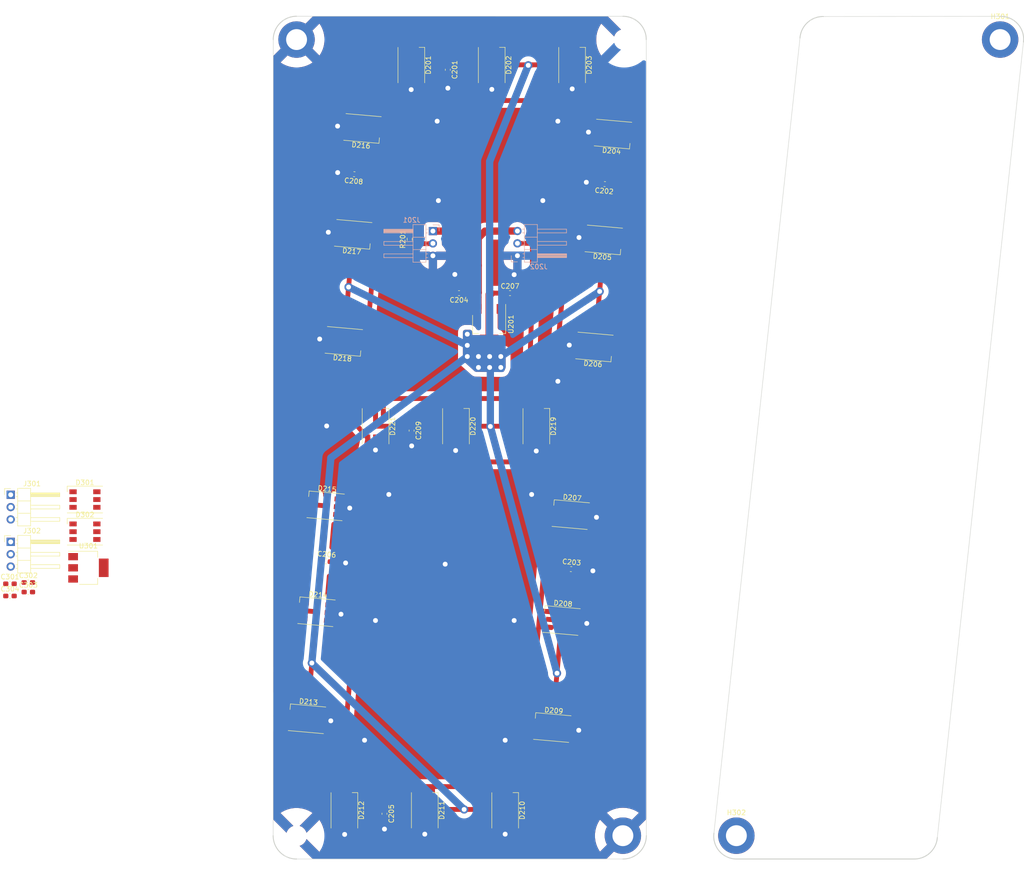
<source format=kicad_pcb>
(kicad_pcb (version 20221018) (generator pcbnew)
  (layers (0 "F.Cu" signal) (31 "B.Cu" signal) (34 "B.Paste" user) (35 "F.Paste" user) (36 "B.SilkS" user "B.Silkscreen") (37 "F.SilkS" user "F.Silkscreen") (38 "B.Mask" user) (39 "F.Mask" user) (44 "Edge.Cuts" user))
  (net 0 "")
  (net 1 "/Seven Segment Digit/V5_0")
  (net 2 "/Seven Segment Digit/GND")
  (net 3 "/Seven Segment Digit/VIN_12V")
  (net 4 "/Colon/VIN_12V")
  (net 5 "/Colon/GND")
  (net 6 "/Colon/V5_0")
  (net 7 "/Seven Segment Digit/DATA_IN")
  (net 8 "/Seven Segment Digit/A-B")
  (net 9 "Net-(J201-Pin_2)")
  (net 10 "/Seven Segment Digit/B-C")
  (net 11 "/Seven Segment Digit/C-D")
  (net 12 "/Seven Segment Digit/D-E")
  (net 13 "/Seven Segment Digit/E-F")
  (net 14 "/Seven Segment Digit/F-G")
  (net 15 "/Seven Segment Digit/DATA_OUT")
  (net 16 "/Colon/DATA_OUT")
  (net 17 "/Colon/DATA_IN")
  (footprint "Capacitor_SMD:C_0603_1608Metric_Pad1.08x0.95mm_HandSolder" (layer "F.Cu") (at -27.15 135.69)
    (fp_text reference "C301")
    (fp_text value "10uF")
  )
  (footprint "Package_TO_SOT_SMD:SOT-223-3_TabPin2" (layer "F.Cu") (at 71.5 82.25 -90)
    (fp_text reference "U201")
    (fp_text value "AZ1117-5.0")
  )
  (footprint "LED_SMD:LED_WS2812_PLCC6_5.0x5.0mm_P1.6mm" (layer "F.Cu") (at 34 163.486429 -5)
    (fp_text reference "D213")
    (fp_text value "WS2813B")
  )
  (footprint "LED_SMD:LED_WS2812_PLCC6_5.0x5.0mm_P1.6mm" (layer "F.Cu") (at -11.715 118.345)
    (fp_text reference "D301")
    (fp_text value "WS2813B")
  )
  (footprint "LED_SMD:LED_WS2812_PLCC6_5.0x5.0mm_P1.6mm" (layer "F.Cu") (at 41.583525 85.787958 175)
    (fp_text reference "D218")
    (fp_text value "WS2813B")
  )
  (footprint "Package_TO_SOT_SMD:SOT-223-3_TabPin2" (layer "F.Cu") (at -11 132.4)
    (fp_text reference "U301")
    (fp_text value "AZ1117-5.0")
  )
  (footprint "LED_SMD:LED_WS2812_PLCC6_5.0x5.0mm_P1.6mm" (layer "F.Cu") (at 88.306781 121.45 -5)
    (fp_text reference "D207")
    (fp_text value "WS2813B")
  )
  (footprint "Capacitor_SMD:C_0603_1608Metric_Pad1.08x0.95mm_HandSolder" (layer "F.Cu") (at -27.15 138.2)
    (fp_text reference "C304")
    (fp_text value "10uF")
  )
  (footprint "Resistor_SMD:R_0603_1608Metric_Pad0.98x0.95mm_HandSolder" (layer "F.Cu") (at 55.15 64.75 90)
    (fp_text reference "R201")
    (fp_text value "220Ω")
  )
  (footprint "LED_SMD:LED_WS2812_PLCC6_5.0x5.0mm_P1.6mm" (layer "F.Cu") (at 84.5 165.287957 -5)
    (fp_text reference "D209")
    (fp_text value "WS2813B")
  )
  (footprint "MountingHole:MountingHole_4.3mm_M4_DIN965_Pad" (layer "F.Cu") (at 31.85294 23.647062)
    (fp_text reference "H201" hide)
    (fp_text value "M4")
  )
  (footprint "Capacitor_SMD:C_0603_1608Metric_Pad1.08x0.95mm_HandSolder" (layer "F.Cu") (at 95.3 53.4 175)
    (fp_text reference "C202")
    (fp_text value "1uF")
  )
  (footprint "Connector_PinHeader_2.54mm:PinHeader_1x03_P2.54mm_Horizontal" (layer "F.Cu") (at -27 117.36)
    (fp_text reference "J301")
    (fp_text value "Output")
  )
  (footprint "LED_SMD:LED_WS2812_PLCC6_5.0x5.0mm_P1.6mm" (layer "F.Cu") (at 81.221001 103.249996 -90)
    (fp_text reference "D219")
    (fp_text value "WS2813B")
  )
  (footprint "MountingHole:MountingHole_4.3mm_M4_DIN965_Pad" (layer "F.Cu") (at 176.7 23.647062)
    (fp_text reference "H301")
    (fp_text value "M4")
  )
  (footprint "LED_SMD:LED_WS2812_PLCC6_5.0x5.0mm_P1.6mm" (layer "F.Cu") (at 43.511596 63.75 175)
    (fp_text reference "D217")
    (fp_text value "WS2813B")
  )
  (footprint "LED_SMD:LED_WS2812_PLCC6_5.0x5.0mm_P1.6mm" (layer "F.Cu") (at 74.799997 182.338 -90)
    (fp_text reference "D210")
    (fp_text value "WS2813B")
  )
  (footprint "Capacitor_SMD:C_0603_1608Metric_Pad1.08x0.95mm_HandSolder" (layer "F.Cu") (at -23.37 135.42)
    (fp_text reference "C302")
    (fp_text value "1uF")
  )
  (footprint "LED_SMD:LED_WS2812_PLCC6_5.0x5.0mm_P1.6mm" (layer "F.Cu") (at 41.699996 182.338 -90)
    (fp_text reference "D212")
    (fp_text value "WS2813B")
  )
  (footprint "MountingHole:MountingHole_4.3mm_M4_DIN965_Pad" (layer "F.Cu") (at 122.4 187.54999)
    (fp_text reference "H302")
    (fp_text value "M4")
  )
  (footprint "LED_SMD:LED_WS2812_PLCC6_5.0x5.0mm_P1.6mm" (layer "F.Cu") (at 97 43.1 175)
    (fp_text reference "D204")
    (fp_text value "WS2813B")
  )
  (footprint "Capacitor_SMD:C_0603_1608Metric_Pad1.08x0.95mm_HandSolder" (layer "F.Cu") (at 65.3 75.85 180)
    (fp_text reference "C204")
    (fp_text value "10uF")
  )
  (footprint "Capacitor_SMD:C_0603_1608Metric_Pad1.08x0.95mm_HandSolder" (layer "F.Cu") (at 49.95 183.0375 -90)
    (fp_text reference "C205")
    (fp_text value "1uF")
  )
  (footprint "LED_SMD:LED_WS2812_PLCC6_5.0x5.0mm_P1.6mm" (layer "F.Cu") (at 48.120999 103.250004 -90)
    (fp_text reference "D221")
    (fp_text value "WS2813B")
  )
  (footprint "LED_SMD:LED_WS2812_PLCC6_5.0x5.0mm_P1.6mm" (layer "F.Cu") (at 93.171929 86.937957 175)
    (fp_text reference "D206")
    (fp_text value "WS2813B")
  )
  (footprint "Capacitor_SMD:C_0603_1608Metric_Pad1.08x0.95mm_HandSolder" (layer "F.Cu") (at 37.934047 131.075173 -5)
    (fp_text reference "C206")
    (fp_text value "1uF")
  )
  (footprint "Capacitor_SMD:C_0603_1608Metric_Pad1.08x0.95mm_HandSolder" (layer "F.Cu") (at 75.8 75.85)
    (fp_text reference "C207")
    (fp_text value "10uF")
  )
  (footprint "LED_SMD:LED_WS2812_PLCC6_5.0x5.0mm_P1.6mm" (layer "F.Cu") (at 37.839317 119.65 -5)
    (fp_text reference "D215")
    (fp_text value "WS2813B")
  )
  (footprint "LED_SMD:LED_WS2812_PLCC6_5.0x5.0mm_P1.6mm" (layer "F.Cu") (at -11.715 124.965)
    (fp_text reference "D302")
    (fp_text value "WS2813B")
  )
  (footprint "LED_SMD:LED_WS2812_PLCC6_5.0x5.0mm_P1.6mm" (layer "F.Cu") (at 72.0315 28.9 -90)
    (fp_text reference "D202")
    (fp_text value "WS2813B")
  )
  (footprint "Capacitor_SMD:C_0603_1608Metric_Pad1.08x0.95mm_HandSolder" (layer "F.Cu") (at -23.37 137.39)
    (fp_text reference "C303")
    (fp_text value "1uF")
  )
  (footprint "LED_SMD:LED_WS2812_PLCC6_5.0x5.0mm_P1.6mm" (layer "F.Cu") (at 86.4 143.25 -5)
    (fp_text reference "D208")
    (fp_text value "WS2813B")
  )
  (footprint "LED_SMD:LED_WS2812_PLCC6_5.0x5.0mm_P1.6mm" (layer "F.Cu") (at 35.95 141.45 -5)
    (fp_text reference "D214")
    (fp_text value "WS2813B")
  )
  (footprint "LED_SMD:LED_WS2812_PLCC6_5.0x5.0mm_P1.6mm" (layer "F.Cu") (at 55.4815 28.9 -90)
    (fp_text reference "D201")
    (fp_text value "WS2813B")
  )
  (footprint "LED_SMD:LED_WS2812_PLCC6_5.0x5.0mm_P1.6mm" (layer "F.Cu") (at 64.671 103.25 -90)
    (fp_text reference "D220")
    (fp_text value "WS2813B")
  )
  (footprint "Capacitor_SMD:C_0603_1608Metric_Pad1.08x0.95mm_HandSolder" (layer "F.Cu") (at 62.987499 29.862501 -90)
    (fp_text reference "C201")
    (fp_text value "1uF")
  )
  (footprint "Capacitor_SMD:C_0603_1608Metric_Pad1.08x0.95mm_HandSolder" (layer "F.Cu") (at 88.359218 132.675172 -5)
    (fp_text reference "C203")
    (fp_text value "1uF")
  )
  (footprint "Capacitor_SMD:C_0603_1608Metric_Pad1.08x0.95mm_HandSolder" (layer "F.Cu") (at 55.537499 104.15 -90)
    (fp_text reference "C209")
    (fp_text value "1uF")
  )
  (footprint "Capacitor_SMD:C_0603_1608Metric_Pad1.08x0.95mm_HandSolder" (layer "F.Cu") (at 43.72755 51.365611 175)
    (fp_text reference "C208")
    (fp_text value "1uF")
  )
  (footprint "LED_SMD:LED_WS2812_PLCC6_5.0x5.0mm_P1.6mm" (layer "F.Cu") (at 58.25 182.319 -90)
    (fp_text reference "D211")
    (fp_text value "WS2813B")
  )
  (footprint "LED_SMD:LED_WS2812_PLCC6_5.0x5.0mm_P1.6mm" (layer "F.Cu") (at 45.418377 41.95 175)
    (fp_text reference "D216")
    (fp_text value "WS2813B")
  )
  (footprint "LED_SMD:LED_WS2812_PLCC6_5.0x5.0mm_P1.6mm" (layer "F.Cu") (at 95.1 64.9 175)
    (fp_text reference "D205")
    (fp_text value "WS2813B")
  )
  (footprint "LED_SMD:LED_WS2812_PLCC6_5.0x5.0mm_P1.6mm" (layer "F.Cu") (at 88.5815 28.9 -90)
    (fp_text reference "D203")
    (fp_text value "WS2813B")
  )
  (footprint "MountingHole:MountingHole_4.3mm_M4_DIN965_Pad" (layer "F.Cu") (at 99.03418 187.54999)
    (fp_text reference "H202" hide)
    (fp_text value "M4")
  )
  (footprint "Connector_PinHeader_2.54mm:PinHeader_1x03_P2.54mm_Horizontal" (layer "F.Cu") (at -27 127.06)
    (fp_text reference "J302")
    (fp_text value "Output")
  )
  (footprint "Connector_PinHeader_2.54mm:PinHeader_1x03_P2.54mm_Horizontal" (layer "B.Cu") (at 77.325 68.14)
    (fp_text reference "J202")
    (fp_text value "Output")
  )
  (footprint "Connector_PinHeader_2.54mm:PinHeader_1x03_P2.54mm_Horizontal" (layer "B.Cu") (at 59.925 63.075 180)
    (fp_text reference "J201")
    (fp_text value "Input")
  )
  (gr_arc (start 135.5 23.312619) (mid 137.026458 20.15637) (end 140.299609 18.9) (stroke (width 0.2)) (layer "Edge.Cuts"))
  (gr_arc (start 31.834168 192.350003) (mid 28.44006 190.944112) (end 27.034167 187.550005) (stroke (width 0.2)) (layer "Edge.Cuts"))
  (gr_arc (start 163.773599 187.937381) (mid 162.247141 191.09363) (end 158.97399 192.35) (stroke (width 0.2)) (layer "Edge.Cuts"))
  (gr_line (start 31.834168 192.350003) (end 99.065832 192.349997) (stroke (width 0.1)) (layer "Edge.Cuts"))
  (gr_line (start 31.85294 18.847062) (end 99.047059 18.852937) (stroke (width 0.1)) (layer "Edge.Cuts"))
  (gr_line (start 140.299609 18.9) (end 176.7736 18.863366) (stroke (width 0.1)) (layer "Edge.Cuts"))
  (gr_arc (start 99.047059 18.852937) (mid 102.441171 20.258825) (end 103.847061 23.652937) (stroke (width 0.2)) (layer "Edge.Cuts"))
  (gr_arc (start 103.86583 187.549996) (mid 102.459941 190.944104) (end 99.065832 192.349997) (stroke (width 0.2)) (layer "Edge.Cuts"))
  (gr_line (start 181.5 24.15) (end 163.773599 187.937381) (stroke (width 0.1)) (layer "Edge.Cuts"))
  (gr_arc (start 122.5 192.35) (mid 118.932489 190.783365) (end 117.773598 187.063365) (stroke (width 0.2)) (layer "Edge.Cuts"))
  (gr_arc (start 176.7736 18.863366) (mid 180.341101 20.430004) (end 181.5 24.15) (stroke (width 0.2)) (layer "Edge.Cuts"))
  (gr_line (start 27.05294 23.647062) (end 27.034167 187.550005) (stroke (width 0.1)) (layer "Edge.Cuts"))
  (gr_arc (start 27.05294 23.647062) (mid 28.458827 20.252949) (end 31.85294 18.847062) (stroke (width 0.2)) (layer "Edge.Cuts"))
  (gr_line (start 103.86583 187.549996) (end 103.847061 23.652937) (stroke (width 0.1)) (layer "Edge.Cuts"))
  (gr_line (start 117.773598 187.063365) (end 135.5 23.312619) (stroke (width 0.1)) (layer "Edge.Cuts"))
  (gr_line (start 158.97399 192.35) (end 122.5 192.35) (stroke (width 0.2)) (layer "Edge.Cuts"))
  (segment (start 55.5375 103.2625) (end 55.55 103.25) (width 1) (layer "F.Cu") (net 1))
  (segment (start 88.306781 121.45) (end 85.949751 121.236468) (width 1) (layer "F.Cu") (net 1))
  (segment (start 41.699999 179.887997) (end 41.700002 182.137998) (width 1) (layer "F.Cu") (net 1))
  (segment (start 35 152) (end 33.979661 163.493234) (width 1) (layer "F.Cu") (net 1))
  (segment (start 80.250004 28.850004) (end 72.328999 28.850004) (width 1) (layer "F.Cu") (net 1))
  (segment (start 82.059323 165.074425) (end 84.5 165.287957) (width 1) (layer "F.Cu") (net 1))
  (segment (start 99.440677 43.313532) (end 97.083647 43.1) (width 1) (layer "F.Cu") (net 1))
  (segment (start 58.05 182.137998) (end 66.35 182.15) (width 1) (layer "F.Cu") (net 1))
  (segment (start 71.75 103.3) (end 71.8 103.25) (width 1) (layer "F.Cu") (net 1))
  (segment (start 84.479661 165.293234) (end 87.35 132.9) (width 1) (layer "F.Cu") (net 1))
  (segment (start 35.946136 141.455277) (end 35 152) (width 1) (layer "F.Cu") (net 1))
  (segment (start 72.4 75.850001) (end 71.749999 75.850001) (width 1) (layer "F.Cu") (net 1))
  (segment (start 33.547727 141.236468) (end 35.95 141.45) (width 1) (layer "F.Cu") (net 1))
  (segment (start 80.449996 28.850004) (end 88.578999 28.850004) (width 1) (layer "F.Cu") (net 1))
  (segment (start 72.049999 26.400004) (end 72.049999 28.571004) (width 1) (layer "F.Cu") (net 1))
  (segment (start 93.171929 86.937957) (end 95.612606 87.151489) (width 1) (layer "F.Cu") (net 1))
  (segment (start 64.671 100.8) (end 64.671 102.971) (width 1) (layer "F.Cu") (net 1))
  (segment (start 49.749999 182.138002) (end 58.05 182.137998) (width 1) (layer "F.Cu") (net 1))
  (segment (start 31.559323 163.272897) (end 34 163.486429) (width 1) (layer "F.Cu") (net 1))
  (segment (start 43.55 63.75) (end 42.561596 74.6) (width 1) (layer "F.Cu") (net 1))
  (segment (start 71.7 103.25) (end 71.75 103.3) (width 1) (layer "F.Cu") (net 1))
  (segment (start 74.800002 182.037999) (end 74.699999 182.138001) (width 1) (layer "F.Cu") (net 1))
  (segment (start 94.25 75.5) (end 93.171929 86.937957) (width 1) (layer "F.Cu") (net 1))
  (segment (start 79.55 28.95) (end 80.449996 28.850004) (width 1) (layer "F.Cu") (net 1))
  (segment (start 64.671 102.971) (end 64.95 103.25) (width 1) (layer "F.Cu") (net 1))
  (segment (start 41.583525 85.787958) (end 44.024202 86.001491) (width 1) (layer "F.Cu") (net 1))
  (segment (start 41.700002 182.137998) (end 49.649996 182.137999) (width 1) (layer "F.Cu") (net 1))
  (segment (start 42.561596 74.6) (end 41.583525 85.787958) (width 1) (layer "F.Cu") (net 1))
  (segment (start 37.839317 119.65) (end 35.482287 119.436468) (width 1) (layer "F.Cu") (net 1))
  (segment (start 71.749999 75.850001) (end 71.5 76.1) (width 1) (layer "F.Cu") (net 1))
  (segment (start 62.928999 28.850004) (end 72.328999 28.850004) (width 1) (layer "F.Cu") (net 1))
  (segment (start 71.5 79.1) (end 71.5 76.1) (width 1.5) (layer "F.Cu") (net 1))
  (segment (start 62.916499 28.862504) (end 62.928999 28.850004) (width 1) (layer "F.Cu") (net 1))
  (segment (start 87.35 132.9) (end 88.306781 121.45) (width 1) (layer "F.Cu") (net 1))
  (segment (start 74.800005 179.887998) (end 74.800002 182.037999) (width 1) (layer "F.Cu") (net 1))
  (segment (start 95.138404 64.9) (end 97.083647 43.1) (width 1) (layer "F.Cu") (net 1))
  (segment (start 37.839317 119.65) (end 35.946136 141.455277) (width 1) (layer "F.Cu") (net 1))
  (segment (start 58.25 179.869) (end 58.249997 181.938) (width 1) (layer "F.Cu") (net 1))
  (segment (start 95.138404 64.9) (end 97.540677 65.113532) (width 1) (layer "F.Cu") (net 1))
  (segment (start 72.049999 28.571004) (end 72.328999 28.850004) (width 1) (layer "F.Cu") (net 1))
  (segment (start 71.5 79.1) (end 71.5 85.4) (width 1.5) (layer "F.Cu") (net 1))
  (segment (start 55.55 103.25) (end 64.95 103.25) (width 1) (layer "F.Cu") (net 1))
  (segment (start 72.4 75.850001) (end 74.937499 75.850001) (width 1) (layer "F.Cu") (net 1))
  (segment (start 66.35 182.15) (end 74.699999 182.138001) (width 1) (layer "F.Cu") (net 1))
  (segment (start 58.249997 181.938) (end 58.05 182.137998) (width 1) (layer "F.Cu") (net 1))
  (segment (start 48.1 103.25) (end 55.55 103.25) (width 1) (layer "F.Cu") (net 1))
  (segment (start 45.411596 41.9) (end 43.55 63.75) (width 1) (layer "F.Cu") (net 1))
  (segment (start 43.511596 63.75) (end 45.990677 63.963532) (width 1) (layer "F.Cu") (net 1))
  (segment (start 83.997727 143.036468) (end 86.4 143.25) (width 1) (layer "F.Cu") (net 1))
  (segment (start 95.138404 64.9) (end 94.25 75.5) (width 1) (layer "F.Cu") (net 1))
  (segment (start 79.55 28.95) (end 80.250004 28.850004) (width 1) (layer "F.Cu") (net 1))
  (segment (start 71.45 76.800001) (end 71.45 76.9) (width 1) (layer "F.Cu") (net 1))
  (segment (start 55.499998 26.400008) (end 55.478999 28.850004) (width 1) (layer "F.Cu") (net 1))
  (segment (start 55.478999 28.850004) (end 62.928999 28.850004) (width 1) (layer "F.Cu") (net 1))
  (segment (start 81.2 103.25) (end 81.221001 100.799996) (width 1) (layer "F.Cu") (net 1))
  (segment (start 45.418377 41.95) (end 47.852273 42.108142) (width 1) (layer "F.Cu") (net 1))
  (segment (start 74.937499 75.850001) (end 74.9375 75.85) (width 1) (layer "F.Cu") (net 1))
  (segment (start 71.8 103.25) (end 81.2 103.25) (width 1) (layer "F.Cu") (net 1))
  (segment (start 72.4 75.850001) (end 71.45 76.800001) (width 1) (layer "F.Cu") (net 1))
  (segment (start 48.120999 100.800004) (end 48.1 103.25) (width 1) (layer "F.Cu") (net 1))
  (segment (start 88.578999 28.850004) (end 88.6 26.4) (width 1) (layer "F.Cu") (net 1))
  (segment (start 64.95 103.25) (end 71.7 103.25) (width 1) (layer "F.Cu") (net 1))
  (via (at 66.35 182.15) (size 1.7) (drill 1) (layers "F.Cu" "B.Cu") (net 1))
  (via (at 71.6 88.9) (size 1.7) (drill 1) (layers "F.Cu" "B.Cu") (net 1))
  (via (at 85.471485 154.1) (size 1.7) (drill 1) (layers "F.Cu" "B.Cu") (net 1))
  (via (at 69.3 91.15) (size 1.7) (drill 1) (layers "F.Cu" "B.Cu") (net 1))
  (via (at 66.999998 86.6) (size 1.7) (drill 1) (layers "F.Cu" "B.Cu") (net 1))
  (via (at 69.3 88.9) (size 1.7) (drill 1) (layers "F.Cu" "B.Cu") (net 1))
  (via (at 73.9 91.15) (size 1.7) (drill 1) (layers "F.Cu" "B.Cu") (net 1))
  (via (at 71.75 103.3) (size 1.7) (drill 1) (layers "F.Cu" "B.Cu") (net 1))
  (via (at 73.9 88.9) (size 1.7) (drill 1) (layers "F.Cu" "B.Cu") (net 1))
  (via (at 42.561596 74.6) (size 1.7) (drill 1) (layers "F.Cu" "B.Cu") (net 1))
  (via (at 71.6 91.15) (size 1.7) (drill 1) (layers "F.Cu" "B.Cu") (net 1))
  (via (at 79.55 28.95) (size 1.7) (drill 1) (layers "F.Cu" "B.Cu") (net 1))
  (via (at 94.25 75.5) (size 1.7) (drill 1) (layers "F.Cu" "B.Cu") (net 1))
  (via (at 67 88.9) (size 1.7) (drill 1) (layers "F.Cu" "B.Cu") (net 1))
  (via (at 35 152) (size 1.7) (drill 1) (layers "F.Cu" "B.Cu") (net 1))
  (via (at 67.000003 84.3) (size 1.7) (drill 1) (layers "F.Cu" "B.Cu") (net 1))
  (segment (start 42.6 74.6) (end 66.999998 86.6) (width 1.5) (layer "B.Cu") (net 1))
  (segment (start 66.35 182.15) (end 35 152) (width 1.5) (layer "B.Cu") (net 1))
  (segment (start 85.471485 154.1) (end 71.75 103.3) (width 1.5) (layer "B.Cu") (net 1))
  (segment (start 71.75 91.3) (end 71.6 91.15) (width 1.5) (layer "B.Cu") (net 1))
  (segment (start 71.75 103.3) (end 71.75 91.3) (width 1.5) (layer "B.Cu") (net 1))
  (segment (start 71.6 88.9) (end 71.6 48.75) (width 1.5) (layer "B.Cu") (net 1))
  (segment (start 67 88.9) (end 38.919475 109.75) (width 1.5) (layer "B.Cu") (net 1))
  (segment (start 73.9 88.9) (end 94.25 75.5) (width 1.5) (layer "B.Cu") (net 1))
  (segment (start 71.6 48.75) (end 79.55 28.95) (width 1.5) (layer "B.Cu") (net 1))
  (segment (start 38.919475 109.75) (end 35 152) (width 1.5) (layer "B.Cu") (net 1))
  (segment (start 86.940677 165.501489) (end 89.95 165.85) (width 1) (layer "F.Cu") (net 2))
  (segment (start 88.6 33.8) (end 88.5815 33.7815) (width 1) (layer "F.Cu") (net 2))
  (segment (start 43 41.75) (end 40.297461 41.468924) (width 1) (layer "F.Cu") (net 2))
  (segment (start 76.6625 75.85) (end 76.6625 72.0625) (width 1) (layer "F.Cu") (net 2))
  (segment (start 38.390677 141.663532) (end 41 141.95) (width 1) (layer "F.Cu") (net 2))
  (segment (start 36.440677 163.699961) (end 38.9 163.9) (width 1) (layer "F.Cu") (net 2))
  (segment (start 81.221001 105.699996) (end 81.221001 108.328999) (width 1) (layer "F.Cu") (net 2))
  (segment (start 39.3 85.6) (end 36.612605 85.301488) (width 1) (layer "F.Cu") (net 2))
  (segment (start 41.699999 187.237998) (end 41.749995 187.288) (width 1) (layer "F.Cu") (net 2))
  (segment (start 64.671 105.7) (end 64.671 108.179) (width 1) (layer "F.Cu") (net 2))
  (segment (start 94.6 42.9) (end 91.95 42.7) (width 1) (layer "F.Cu") (net 2))
  (segment (start 76.6625 72.0625) (end 76.65 72.05) (width 1) (layer "F.Cu") (net 2))
  (segment (start 81.221001 108.328999) (end 81.2 108.35) (width 1) (layer "F.Cu") (net 2))
  (segment (start 40.279994 119.863532) (end 42.8 120.1) (width 1) (layer "F.Cu") (net 2))
  (segment (start 48.120999 105.700004) (end 48.120999 108.129001) (width 1) (layer "F.Cu") (net 2))
  (segment (start 55.537499 107.287499) (end 55.55 107.3) (width 1) (layer "F.Cu") (net 2))
  (segment (start 72.05 33.9) (end 72.05 31.3685) (width 1) (layer "F.Cu") (net 2))
  (segment (start 90.590677 121.651489) (end 93.6 122) (width 1) (layer "F.Cu") (net 2))
  (segment (start 64.45 75.8) (end 64.45 72.0125) (width 1) (layer "F.Cu") (net 2))
  (segment (start 63 33.65) (end 62.987499 30.725001) (width 1) (layer "F.Cu") (net 2))
  (segment (start 64.671 108.179) (end 64.6 108.25) (width 1) (layer "F.Cu") (net 2))
  (segment (start 41.700005 184.787998) (end 41.699999 187.237998) (width 1) (layer "F.Cu") (net 2))
  (segment (start 89.218436 132.750344) (end 92.859218 133.025172) (width 1) (layer "F.Cu") (net 2))
  (segment (start 94.440782 53.324828) (end 91.509219 53.02517) (width 1) (layer "F.Cu") (net 2))
  (segment (start 90.731252 86.724425) (end 88 86.55) (width 1) (layer "F.Cu") (net 2))
  (segment (start 88.595338 143.475744) (end 91.604661 143.824255) (width 1) (layer "F.Cu") (net 2))
  (segment (start 74.799997 184.788005) (end 74.800001 187.237998) (width 1) (layer "F.Cu") (net 2))
  (segment (start 42.868334 51.290439) (end 40.31194 51.031561) (width 1) (layer "F.Cu") (net 2))
  (segment (start 55.45 33.95) (end 55.45 31.3815) (width 1) (layer "F.Cu") (net 2))
  (segment (start 49.950004 183.9) (end 49.950007 186.187503) (width 1) (layer "F.Cu") (net 2))
  (segment (start 55.45 31.3815) (end 55.4815 31.35) (width 1) (layer "F.Cu") (net 2))
  (segment (start 58.25 184.769) (end 58.249998 187.238) (width 1) (layer "F.Cu") (net 2))
  (segment (start 55.537499 105.0125) (end 55.537499 107.287499) (width 1) (layer "F.Cu") (net 2))
  (segment (start 38.793265 131.150345) (end 41.95 131.4) (width 1) (layer "F.Cu") (net 2))
  (segment (start 88.5815 33.7815) (end 88.5815 31.35) (width 1) (layer "F.Cu") (net 2))
  (segment (start 48.120999 108.129001) (end 48.1 108.15) (width 1) (layer "F.Cu") (net 2))
  (segment (start 41.1 63.55) (end 38.390676 63.313533) (width 1) (layer "F.Cu") (net 2))
  (segment (start 92.659323 64.686468) (end 90 64.4) (width 1) (layer "F.Cu") (net 2))
  (segment (start 72.05 31.3685) (end 72.0315 31.35) (width 1) (layer "F.Cu") (net 2))
  (via (at 60.8 40.45) (size 1.7) (drill 1) (layers "F.Cu" "B.Cu") (net 2))
  (via (at 41.749995 187.288) (size 1.7) (drill 1) (layers "F.Cu" "B.Cu") (net 2))
  (via (at 82.55 56.8) (size 1.7) (drill 1) (layers "F.Cu" "B.Cu") (net 2))
  (via (at 74.800001 187.237998) (size 1.7) (drill 1) (layers "F.Cu" "B.Cu") (net 2))
  (via (at 85.65 94) (size 1.7) (drill 1) (layers "F.Cu" "B.Cu") (net 2))
  (via (at 91.95 42.7) (size 1.7) (drill 1) (layers "F.Cu" "B.Cu") (net 2))
  (via (at 85.65 40.45) (size 1.7) (drill 1) (layers "F.Cu" "B.Cu") (net 2))
  (via (at 63 33.65) (size 1.7) (drill 1) (layers "F.Cu" "B.Cu") (net 2))
  (via (at 76.65 72.05) (size 1.7) (drill 1) (layers "F.Cu" "B.Cu") (net 2))
  (via (at 62.45 131.65) (size 1.7) (drill 1) (layers "F.Cu" "B.Cu") (net 2))
  (via (at 88.6 33.8) (size 1.7) (drill 1) (layers "F.Cu" "B.Cu") (net 2))
  (via (at 50.85 117.3) (size 1.7) (drill 1) (layers "F.Cu" "B.Cu") (net 2))
  (via (at 38.9 163.9) (size 1.7) (drill 1) (layers "F.Cu" "B.Cu") (net 2))
  (via (at 72.05 33.9) (size 1.7) (drill 1) (layers "F.Cu" "B.Cu") (net 2))
  (via (at 48.1 143.25) (size 1.7) (drill 1) (layers "F.Cu" "B.Cu") (net 2))
  (via (at 80.25 117.3) (size 1.7) (drill 1) (layers "F.Cu" "B.Cu") (net 2))
  (via (at 38.05 103.2) (size 1.7) (drill 1) (layers "F.Cu" "B.Cu") (net 2))
  (via (at 91.509219 53.02517) (size 1.7) (drill 1) (layers "F.Cu" "B.Cu") (net 2))
  (via (at 42.8 120.1) (size 1.7) (drill 1) (layers "F.Cu" "B.Cu") (net 2))
  (via (at 76.65 143.25) (size 1.7) (drill 1) (layers "F.Cu" "B.Cu") (net 2))
  (via (at 89.95 165.85) (size 1.7) (drill 1) (layers "F.Cu" "B.Cu") (net 2))
  (via (at 38.390676 63.313533) (size 1.7) (drill 1) (layers "F.Cu" "B.Cu") (net 2))
  (via (at 55.55 107.3) (size 1.7) (drill 1) (layers "F.Cu" "B.Cu") (net 2))
  (via (at 40.297461 41.468924) (size 1.7) (drill 1) (layers "F.Cu" "B.Cu") (net 2))
  (via (at 81.2 108.35) (size 1.7) (drill 1) (layers "F.Cu" "B.Cu") (net 2))
  (via (at 55.45 33.95) (size 1.7) (drill 1) (layers "F.Cu" "B.Cu") (net 2))
  (via (at 41.95 131.4) (size 1.7) (drill 1) (layers "F.Cu" "B.Cu") (net 2))
  (via (at 61.05 56.8) (size 1.7) (drill 1) (layers "F.Cu" "B.Cu") (net 2))
  (via (at 74.8 167.9) (size 1.7) (drill 1) (layers "F.Cu" "B.Cu") (net 2))
  (via (at 91.6 143.85) (size 1.7) (drill 1) (layers "F.Cu" "B.Cu") (net 2))
  (via (at 92.859218 133.025172) (size 1.7) (drill 1) (layers "F.Cu" "B.Cu") (net 2))
  (via (at 88 86.55) (size 1.7) (drill 1) (layers "F.Cu" "B.Cu") (net 2))
  (via (at 90 64.4) (size 1.7) (drill 1) (layers "F.Cu" "B.Cu") (net 2))
  (via (at 41 141.95) (size 1.7) (drill 1) (layers "F.Cu" "B.Cu") (net 2))
  (via (at 49.950007 186.187503) (size 1.7) (drill 1) (layers "F.Cu" "B.Cu") (net 2))
  (via (at 93.6 122) (size 1.7) (drill 1) (layers "F.Cu" "B.Cu") (net 2))
  (via (at 48.1 108.15) (size 1.7) (drill 1) (layers "F.Cu" "B.Cu") (net 2))
  (via (at 40.31194 51.031561) (size 1.7) (drill 1) (layers "F.Cu" "B.Cu") (net 2))
  (via (at 64.4375 72) (size 1.7) (drill 1) (layers "F.Cu" "B.Cu") (net 2))
  (via (at 45.85 167.9) (size 1.7) (drill 1) (layers "F.Cu" "B.Cu") (net 2))
  (via (at 58.249998 187.238) (size 1.7) (drill 1) (layers "F.Cu" "B.Cu") (net 2))
  (via (at 64.6 108.25) (size 1.7) (drill 1) (layers "F.Cu" "B.Cu") (net 2))
  (via (at 36.612605 85.301488) (size 1.7) (drill 1) (layers "F.Cu" "B.Cu") (net 2))
  (segment (start 67.875 63.125) (end 65.75 63.11) (width 1.5) (layer "F.Cu") (net 3))
  (segment (start 65.75 63.11) (end 59.925 63.075) (width 1.5) (layer "F.Cu") (net 3))
  (segment (start 69.2 76.7) (end 69.2 75.8) (width 1.5) (layer "F.Cu") (net 3))
  (segment (start 69.2 76.7) (end 69.2 76.55) (width 1) (layer "F.Cu") (net 3))
  (segment (start 69.25 64.5) (end 70.655 63.095) (width 1.5) (layer "F.Cu") (net 3))
  (segment (start 69.25 70.15) (end 69.25 75.75) (width 1.5) (layer "F.Cu") (net 3))
  (segment (start 69.25 75.75) (end 69.2 75.8) (width 1.5) (layer "F.Cu") (net 3))
  (segment (start 69.25 70.15) (end 69.25 70.9) (width 1) (layer "F.Cu") (net 3))
  (segment (start 69.2 76.55) (end 68.6 75.95) (width 1) (layer "F.Cu") (net 3))
  (segment (start 69.25 64.5) (end 67.875 63.125) (width 1.5) (layer "F.Cu") (net 3))
  (segment (start 69.149999 75.850001) (end 66.1625 75.85) (width 1) (layer "F.Cu") (net 3))
  (segment (start 69.25 70.15) (end 69.25 64.5) (width 1.5) (layer "F.Cu") (net 3))
  (segment (start 69.2 75.1) (end 68.7 75.6) (width 1) (layer "F.Cu") (net 3))
  (segment (start 69.2 79.1) (end 69.2 76.7) (width 1.5) (layer "F.Cu") (net 3))
  (segment (start 69.2 75.8) (end 69.149999 75.850001) (width 1) (layer "F.Cu") (net 3))
  (segment (start 70.655 63.095) (end 77.325 63.06) (width 1.5) (layer "F.Cu") (net 3))
  (segment (start 70.45 31.35) (end 69.4185 36.2) (width 1) (layer "F.Cu") (net 7))
  (segment (start 55.15 63.8375) (end 56.05 36.2) (width 1) (layer "F.Cu") (net 7))
  (segment (start 61.95 36.2) (end 91.1185 36.2) (width 1) (layer "F.Cu") (net 7))
  (segment (start 86.95 31.35) (end 85.9185 36.2) (width 1) (layer "F.Cu") (net 7))
  (segment (start 52.85 36.2) (end 61.95 36.2) (width 1) (layer "F.Cu") (net 7))
  (segment (start 57.0815 31.35) (end 58.05 36.2) (width 1) (layer "F.Cu") (net 7))
  (segment (start 73.65 31.35) (end 74.6185 36.2) (width 1) (layer "F.Cu") (net 7))
  (segment (start 90.15 31.35) (end 91.1185 36.2) (width 1) (layer "F.Cu") (net 7))
  (segment (start 53.8815 31.35) (end 52.85 36.2) (width 1) (layer "F.Cu") (net 7))
  (segment (start 55.129001 23.360497) (end 53.9 24.589498) (width 1) (layer "F.Cu") (net 8))
  (segment (start 90.1815 26.45) (end 94.698772 30.5) (width 1) (layer "F.Cu") (net 8))
  (segment (start 70.229001 23.360497) (end 57.179001 23.360497) (width 1) (layer "F.Cu") (net 8))
  (segment (start 73.579001 23.360497) (end 70.229001 23.360497) (width 1) (layer "F.Cu") (net 8))
  (segment (start 70.450001 26.610497) (end 70.450001 23.581497) (width 1) (layer "F.Cu") (net 8))
  (segment (start 90.200002 23.360497) (end 86.829001 23.360497) (width 1) (layer "F.Cu") (net 8))
  (segment (start 94.698772 30.5) (end 94.698772 41.292557) (width 1) (layer "F.Cu") (net 8))
  (segment (start 92.55 66.3) (end 87.806437 67.06962) (width 1) (layer "F.Cu") (net 8))
  (segment (start 87.000002 26.610493) (end 87.000002 23.531498) (width 1) (layer "F.Cu") (net 8))
  (segment (start 53.9 24.589498) (end 53.9 26.610501) (width 1) (layer "F.Cu") (net 8))
  (segment (start 86.829001 23.360497) (end 73.579001 23.360497) (width 1) (layer "F.Cu") (net 8))
  (segment (start 90.6 88.35) (end 85.35 89.25) (width 1) (layer "F.Cu") (net 8))
  (segment (start 90.200002 23.360497) (end 90.1815 26.45) (width 1) (layer "F.Cu") (net 8))
  (segment (start 94.698772 41.292557) (end 90.2 39.7) (width 1) (layer "F.Cu") (net 8))
  (segment (start 73.650001 26.610497) (end 73.650001 23.431497) (width 1) (layer "F.Cu") (net 8))
  (segment (start 57.179001 23.360497) (end 55.129001 23.360497) (width 1) (layer "F.Cu") (net 8))
  (segment (start 90.878898 85.162177) (end 86.380126 83.56962) (width 1) (layer "F.Cu") (net 8))
  (segment (start 90.200002 23.360497) (end 90.200002 26.610493) (width 1) (layer "F.Cu") (net 8))
  (segment (start 57.1 26.610501) (end 57.1 23.439498) (width 1) (layer "F.Cu") (net 8))
  (segment (start 90.2 39.7) (end 85.35 89.25) (width 1) (layer "F.Cu") (net 8))
  (segment (start 92.828898 63.112177) (end 88.330126 61.51962) (width 1) (layer "F.Cu") (net 8))
  (segment (start 94.419874 44.48038) (end 89.676311 45.25) (width 1) (layer "F.Cu") (net 8))
  (segment (start 59.8775 65.6625) (end 59.925 65.615) (width 1) (layer "F.Cu") (net 9))
  (segment (start 55.15 65.6625) (end 59.8775 65.6625) (width 1) (layer "F.Cu") (net 9))
  (segment (start 96.65 119.1) (end 92.25 169.55) (width 1) (layer "F.Cu") (net 10))
  (segment (start 97.610621 88.942557) (end 96.65 119.1) (width 1) (layer "F.Cu") (net 10))
  (segment (start 97.610621 88.942557) (end 95.25 88.75) (width 1) (layer "F.Cu") (net 10))
  (segment (start 99.8 63.7) (end 97.439379 63.507443) (width 1) (layer "F.Cu") (net 10))
  (segment (start 90.886907 120.06962) (end 96.65 119.1) (width 1) (layer "F.Cu") (net 10))
  (segment (start 90.608009 123.257443) (end 96.087463 125.55) (width 1) (layer "F.Cu") (net 10))
  (segment (start 99.510621 66.892557) (end 97.15 66.7) (width 1) (layer "F.Cu") (net 10))
  (segment (start 97.860621 85.742557) (end 95.5 85.55) (width 1) (layer "F.Cu") (net 10))
  (segment (start 86.801228 167.0954) (end 92.25 169.55) (width 1) (layer "F.Cu") (net 10))
  (segment (start 101.410621 45.092557) (end 99.05 44.9) (width 1) (layer "F.Cu") (net 10))
  (segment (start 99.3 41.7) (end 101.660621 41.892557) (width 1) (layer "F.Cu") (net 10))
  (segment (start 88.701228 145.057443) (end 94.2167 147) (width 1) (layer "F.Cu") (net 10))
  (segment (start 88.980126 141.86962) (end 94.67894 141.7) (width 1) (layer "F.Cu") (net 10))
  (segment (start 87.080126 163.907577) (end 92.812537 163.1) (width 1) (layer "F.Cu") (net 10))
  (segment (start 101.660621 41.892557) (end 97.610621 88.942557) (width 1) (layer "F.Cu") (net 10))
  (segment (start 40.100002 184.788003) (end 39.068502 189.637998) (width 1) (layer "F.Cu") (net 11))
  (segment (start 79.608197 166.531663) (end 79.6 185.85) (width 1) (layer "F.Cu") (net 11))
  (segment (start 79.608197 166.531663) (end 84.058197 119.481663) (width 1) (layer "F.Cu") (net 11))
  (segment (start 86.256969 119.67422) (end 84.058197 119.481663) (width 1) (layer "F.Cu") (net 11))
  (segment (start 84.356969 141.47422) (end 81.996348 141.281663) (width 1) (layer "F.Cu") (net 11))
  (segment (start 82.15 166.7) (end 79.608197 166.531663) (width 1) (layer "F.Cu") (net 11))
  (segment (start 39.068502 189.637998) (end 77.337001 189.637999) (width 1) (layer "F.Cu") (net 11))
  (segment (start 82.458197 163.531663) (end 79.916394 163.363326) (width 1) (layer "F.Cu") (net 11))
  (segment (start 43.300003 184.787999) (end 44.268496 189.637996) (width 1) (layer "F.Cu") (net 11))
  (segment (start 86.208197 122.881663) (end 84.009425 122.689106) (width 1) (layer "F.Cu") (net 11))
  (segment (start 73.168503 184.788001) (end 72.137003 189.638005) (width 1) (layer "F.Cu") (net 11))
  (segment (start 56.668497 184.787999) (end 55.636997 189.638005) (width 1) (layer "F.Cu") (net 11))
  (segment (start 59.868497 184.787998) (end 60.836998 189.637995) (width 1) (layer "F.Cu") (net 11))
  (segment (start 84.308197 144.681663) (end 81.766394 144.513326) (width 1) (layer "F.Cu") (net 11))
  (segment (start 79.6 185.85) (end 77.337001 189.637999) (width 1) (layer "F.Cu") (net 11))
  (segment (start 76.368499 184.787994) (end 77.337001 189.637999) (width 1) (layer "F.Cu") (net 11))
  (segment (start 38.478898 140.12422) (end 44.177712 139.9546) (width 1) (layer "F.Cu") (net 12))
  (segment (start 41.748772 167.8046) (end 36.3 165.35) (width 1) (layer "F.Cu") (net 12))
  (segment (start 73.200001 179.687999) (end 73.200002 177.437998) (width 1) (layer "F.Cu") (net 12))
  (segment (start 40.385679 118.32422) (end 46.148772 117.3546) (width 1) (layer "F.Cu") (net 12))
  (segment (start 46.148772 117.3546) (end 41.748772 167.8046) (width 1) (layer "F.Cu") (net 12))
  (segment (start 43.300001 179.687999) (end 43.299998 177.538001) (width 1) (layer "F.Cu") (net 12))
  (segment (start 40.106781 121.512043) (end 45.586235 123.8046) (width 1) (layer "F.Cu") (net 12))
  (segment (start 59.849998 179.706999) (end 59.850003 177.487998) (width 1) (layer "F.Cu") (net 12))
  (segment (start 40.099998 179.688002) (end 40.099996 177.388001) (width 1) (layer "F.Cu") (net 12))
  (segment (start 43.150003 177.388) (end 76.400002 177.488005) (width 1) (layer "F.Cu") (net 12))
  (segment (start 40.099996 177.388001) (end 41.748772 167.8046) (width 1) (layer "F.Cu") (net 12))
  (segment (start 40.099996 177.388001) (end 43.150003 177.388) (width 1) (layer "F.Cu") (net 12))
  (segment (start 56.65 179.707003) (end 56.650003 177.538002) (width 1) (layer "F.Cu") (net 12))
  (segment (start 38.2 143.312043) (end 43.715472 145.2546) (width 1) (layer "F.Cu") (net 12))
  (segment (start 36.578898 162.162177) (end 42.311309 161.3546) (width 1) (layer "F.Cu") (net 12))
  (segment (start 76.400002 177.488005) (end 76.400001 179.688002) (width 1) (layer "F.Cu") (net 12))
  (segment (start 28.901228 164.707443) (end 33.351228 117.657443) (width 1) (layer "F.Cu") (net 13))
  (segment (start 38.300063 39.525728) (end 39.25 38.575791) (width 1) (layer "F.Cu") (net 13))
  (segment (start 39.278894 84.012176) (end 34.602059 82.107577) (width 1) (layer "F.Cu") (net 13))
  (segment (start 38.300063 39.6) (end 38.300063 39.525728) (width 1) (layer "F.Cu") (net 13))
  (segment (start 39 87.2) (end 33.935425 88.207577) (width 1) (layer "F.Cu") (net 13))
  (segment (start 33.601228 142.857443) (end 31.059425 142.689106) (width 1) (layer "F.Cu") (net 13))
  (segment (start 42.847943 43.342427) (end 37.783369 44.350004) (width 1) (layer "F.Cu") (net 13))
  (segment (start 35.55 117.85) (end 33.351228 117.657443) (width 1) (layer "F.Cu") (net 13))
  (segment (start 33.65 139.65) (end 31.289379 139.457443) (width 1) (layer "F.Cu") (net 13))
  (segment (start 33.935425 88.207577) (end 37.844702 43.699998) (width 1) (layer "F.Cu") (net 13))
  (segment (start 37.844702 43.699998) (end 38.300063 39.6) (width 1) (layer "F.Cu") (net 13))
  (segment (start 40.950005 65.35) (end 35.885428 66.357576) (width 1) (layer "F.Cu") (net 13))
  (segment (start 35.501228 121.057443) (end 33.302456 120.864886) (width 1) (layer "F.Cu") (net 13))
  (segment (start 33.351228 117.657443) (end 33.935425 88.207577) (width 1) (layer "F.Cu") (net 13))
  (segment (start 31.443031 164.87578) (end 28.901228 164.707443) (width 1) (layer "F.Cu") (net 13))
  (segment (start 41.228896 62.162179) (end 36.552055 60.257577) (width 1) (layer "F.Cu") (net 13))
  (segment (start 39.25 38.575791) (end 43.126836 40.154604) (width 1) (layer "F.Cu") (net 13))
  (segment (start 31.751228 161.707443) (end 29.209425 161.539106) (width 1) (layer "F.Cu") (net 13))
  (segment (start 79.6185 105.75) (end 78.587 110.6) (width 1) (layer "F.Cu") (net 14))
  (segment (start 82.8185 105.75) (end 83.787 110.6) (width 1) (layer "F.Cu") (net 14))
  (segment (start 46.55 105.75) (end 45.5185 110.6) (width 1) (layer "F.Cu") (net 14))
  (segment (start 45.749999 65.553724) (end 48.110619 65.746276) (width 1) (layer "F.Cu") (net 14))
  (segment (start 43.898773 84.392561) (end 46.097545 84.58512) (width 1) (layer "F.Cu") (net 14))
  (segment (start 45.5185 110.6) (end 83.787 110.6) (width 1) (layer "F.Cu") (net 14))
  (segment (start 63.1185 105.75) (end 62.087 110.6) (width 1) (layer "F.Cu") (net 14))
  (segment (start 46.520999 105.700004) (end 43.5 102.2) (width 1) (layer "F.Cu") (net 14))
  (segment (start 47.648773 43.742557) (end 50.190575 43.910895) (width 1) (layer "F.Cu") (net 14))
  (segment (start 43.5 102.2) (end 43.884753 87.595401) (width 1) (layer "F.Cu") (net 14))
  (segment (start 43.85 87.6) (end 46.048776 87.792558) (width 1) (layer "F.Cu") (net 14))
  (segment (start 50.498769 40.742556) (end 46.048776 87.792558) (width 1) (layer "F.Cu") (net 14))
  (segment (start 45.879102 62.365829) (end 48.420897 62.534171) (width 1) (layer "F.Cu") (net 14))
  (segment (start 66.3185 105.75) (end 67.287 110.6) (width 1) (layer "F.Cu") (net 14))
  (segment (start 47.956969 40.574223) (end 50.498769 40.742556) (width 1) (layer "F.Cu") (net 14))
  (segment (start 49.75 105.75) (end 50.7185 110.6) (width 1) (layer "F.Cu") (net 14))
  (segment (start 80.4 65.6) (end 80.4 75.9) (width 1) (layer "F.Cu") (net 15))
  (segment (start 66.271 100.8) (end 66.271 97.621) (width 1) (layer "F.Cu") (net 15))
  (segment (start 49.8 97.55) (end 47.75 97.55) (width 1) (layer "F.Cu") (net 15))
  (segment (start 46.520999 98.779001) (end 46.520999 100.800004) (width 1) (layer "F.Cu") (net 15))
  (segment (start 47.75 97.55) (end 46.520999 98.779001) (width 1) (layer "F.Cu") (net 15))
  (segment (start 79.621001 97.721001) (end 79.45 97.55) (width 1) (layer "F.Cu") (net 15))
  (segment (start 77.325 65.6) (end 80.4 65.6) (width 1) (layer "F.Cu") (net 15))
  (segment (start 49.720999 97.629001) (end 49.8 97.55) (width 1) (layer "F.Cu") (net 15))
  (segment (start 82.821001 97.55) (end 82.821001 100.799996) (width 1) (layer "F.Cu") (net 15))
  (segment (start 79.621001 100.799996) (end 79.621001 97.721001) (width 1) (layer "F.Cu") (net 15))
  (segment (start 63.071 97.771) (end 62.85 97.55) (width 1) (layer "F.Cu") (net 15))
  (segment (start 79.45 97.55) (end 66.2 97.55) (width 1) (layer "F.Cu") (net 15))
  (segment (start 66.2 97.55) (end 62.85 97.55) (width 1) (layer "F.Cu") (net 15))
  (segment (start 49.720999 100.800004) (end 49.720999 97.629001) (width 1) (layer "F.Cu") (net 15))
  (segment (start 80.4 75.9) (end 79.621001 97.721001) (width 1) (layer "F.Cu") (net 15))
  (segment (start 66.271 97.621) (end 66.2 97.55) (width 1) (layer "F.Cu") (net 15))
  (segment (start 62.85 97.55) (end 49.8 97.55) (width 1) (layer "F.Cu") (net 15))
  (segment (start 82.821001 97.55) (end 79.45 97.55) (width 1) (layer "F.Cu") (net 15))
  (segment (start 63.071 100.8) (end 63.071 97.771) (width 1) (layer "F.Cu") (net 15))
  (zone (net 2) (net_name "/Seven Segment Digit/GND") (layers "F&B.Cu") (name "Ground") (connect_pads (clearance 1)) (min_thickness 1) (fill yes (thermal_gap 2) (thermal_bridge_width 2))
    (polygon (pts (xy 107.55 195.45) (xy 107.55 15.5) (xy 23.55 15.5) (xy 23.55 195.45)))
  )
  (zone (net 1) (net_name "/Seven Segment Digit/V5_0") (layers "F&B.Cu") (name "5V") (priority 1) (connect_pads (clearance 1)) (min_thickness 1) (fill yes (thermal_gap 1.5) (thermal_bridge_width 3))
    (polygon (pts (xy 66.1 83.4) (xy 66.1 89.75) (xy 68.65 92.05) (xy 74.5 92.1) (xy 74.9 91.2) (xy 74.9 84.5) (xy 68.05 84.5) (xy 68 83.4)))
  )
)
</source>
